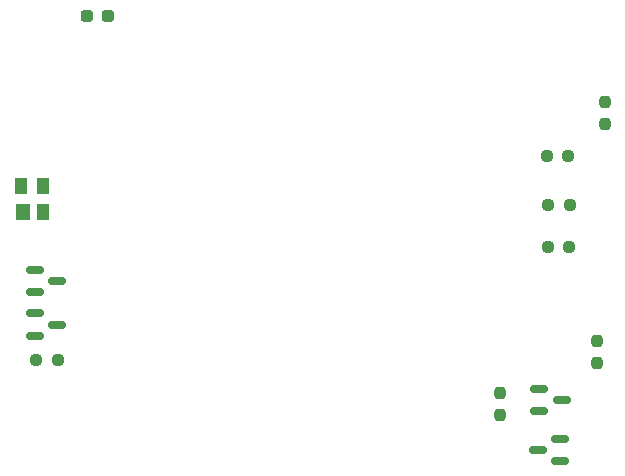
<source format=gbr>
%TF.GenerationSoftware,KiCad,Pcbnew,(6.0.1-0)*%
%TF.CreationDate,2023-01-17T12:48:01-05:00*%
%TF.ProjectId,Front Board,46726f6e-7420-4426-9f61-72642e6b6963,rev?*%
%TF.SameCoordinates,Original*%
%TF.FileFunction,Paste,Top*%
%TF.FilePolarity,Positive*%
%FSLAX46Y46*%
G04 Gerber Fmt 4.6, Leading zero omitted, Abs format (unit mm)*
G04 Created by KiCad (PCBNEW (6.0.1-0)) date 2023-01-17 12:48:01*
%MOMM*%
%LPD*%
G01*
G04 APERTURE LIST*
G04 Aperture macros list*
%AMRoundRect*
0 Rectangle with rounded corners*
0 $1 Rounding radius*
0 $2 $3 $4 $5 $6 $7 $8 $9 X,Y pos of 4 corners*
0 Add a 4 corners polygon primitive as box body*
4,1,4,$2,$3,$4,$5,$6,$7,$8,$9,$2,$3,0*
0 Add four circle primitives for the rounded corners*
1,1,$1+$1,$2,$3*
1,1,$1+$1,$4,$5*
1,1,$1+$1,$6,$7*
1,1,$1+$1,$8,$9*
0 Add four rect primitives between the rounded corners*
20,1,$1+$1,$2,$3,$4,$5,0*
20,1,$1+$1,$4,$5,$6,$7,0*
20,1,$1+$1,$6,$7,$8,$9,0*
20,1,$1+$1,$8,$9,$2,$3,0*%
G04 Aperture macros list end*
%ADD10RoundRect,0.150000X-0.587500X-0.150000X0.587500X-0.150000X0.587500X0.150000X-0.587500X0.150000X0*%
%ADD11RoundRect,0.237500X-0.250000X-0.237500X0.250000X-0.237500X0.250000X0.237500X-0.250000X0.237500X0*%
%ADD12RoundRect,0.237500X-0.237500X0.250000X-0.237500X-0.250000X0.237500X-0.250000X0.237500X0.250000X0*%
%ADD13RoundRect,0.237500X0.287500X0.237500X-0.287500X0.237500X-0.287500X-0.237500X0.287500X-0.237500X0*%
%ADD14RoundRect,0.237500X0.237500X-0.250000X0.237500X0.250000X-0.237500X0.250000X-0.237500X-0.250000X0*%
%ADD15RoundRect,0.237500X0.250000X0.237500X-0.250000X0.237500X-0.250000X-0.237500X0.250000X-0.237500X0*%
%ADD16R,1.200000X1.400000*%
%ADD17R,1.000000X1.400000*%
%ADD18RoundRect,0.150000X0.587500X0.150000X-0.587500X0.150000X-0.587500X-0.150000X0.587500X-0.150000X0*%
G04 APERTURE END LIST*
D10*
%TO.C,Q1*%
X170362500Y-95680000D03*
X170362500Y-97580000D03*
X172237500Y-96630000D03*
%TD*%
D11*
%TO.C,R6*%
X171075000Y-83630000D03*
X172900000Y-83630000D03*
%TD*%
D12*
%TO.C,R8*%
X175900000Y-71417500D03*
X175900000Y-73242500D03*
%TD*%
D13*
%TO.C,D2*%
X133800000Y-64130000D03*
X132050000Y-64130000D03*
%TD*%
D10*
%TO.C,D4*%
X127662500Y-85580000D03*
X127662500Y-87480000D03*
X129537500Y-86530000D03*
%TD*%
D14*
%TO.C,R7*%
X175200000Y-93442500D03*
X175200000Y-91617500D03*
%TD*%
D15*
%TO.C,R9*%
X129600000Y-93230000D03*
X127775000Y-93230000D03*
%TD*%
%TO.C,R5*%
X172912500Y-80130000D03*
X171087500Y-80130000D03*
%TD*%
D12*
%TO.C,R3*%
X167000000Y-96017500D03*
X167000000Y-97842500D03*
%TD*%
D16*
%TO.C,D3*%
X126630000Y-80730000D03*
D17*
X128350000Y-80730000D03*
X128350000Y-78530000D03*
X126450000Y-78530000D03*
%TD*%
D11*
%TO.C,R4*%
X170975000Y-75930000D03*
X172800000Y-75930000D03*
%TD*%
D10*
%TO.C,D5*%
X127662500Y-89280000D03*
X127662500Y-91180000D03*
X129537500Y-90230000D03*
%TD*%
D18*
%TO.C,D6*%
X172137500Y-101780000D03*
X172137500Y-99880000D03*
X170262500Y-100830000D03*
%TD*%
M02*

</source>
